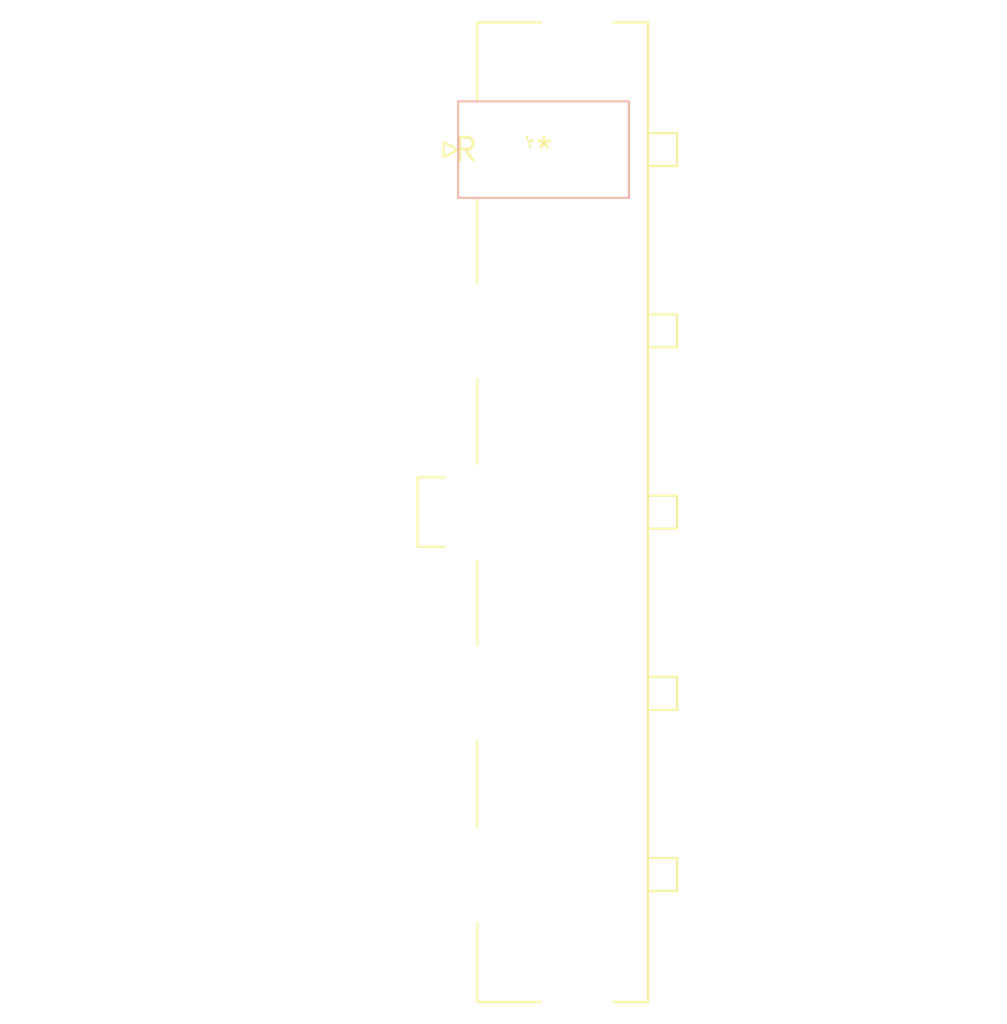
<source format=kicad_pcb>
(kicad_pcb (version 20240108) (generator pcbnew)
  (layers (0 "F.Cu" signal) (31 "B.Cu" signal) (34 "B.Paste" user) (35 "F.Paste" user) (36 "B.SilkS" user "B.Silkscreen") (37 "F.SilkS" user "F.Silkscreen") (38 "B.Mask" user) (39 "F.Mask" user) (44 "Edge.Cuts" user))
  (net 0 "")
  (footprint "Molex_Mini-Fit_Sr_42819-52XX_1x05_P10.00mm_Vertical" (layer "F.Cu") (at 0 0)
    (property "Reference" "REF**")
    (property "Value" "Molex_Mini-Fit_Sr_42819-52XX_1x05_P10.00mm_Vertical")
    (fp_line (start -2.51 -2.66) (end -2.51 2.66) (layer "B.SilkS") (stroke (width 0.12)))
    (fp_line (start -2.51 2.66) (end 6.91 2.66) (layer "B.SilkS") (stroke (width 0.12)))
    (fp_line (start 6.91 -2.66) (end -2.51 -2.66) (layer "B.SilkS") (stroke (width 0.12)))
    (fp_line (start 6.91 2.66) (end 6.91 -2.66) (layer "B.SilkS") (stroke (width 0.12)))
    (fp_line (start -4.75 18.09) (end -4.75 21.91) (layer "F.SilkS") (stroke (width 0.12)))
    (fp_line (start -4.75 21.91) (end -3.25 21.91) (layer "F.SilkS") (stroke (width 0.12)))
    (fp_line (start -3.31 -0.4) (end -3.31 0.4) (layer "F.SilkS") (stroke (width 0.12)))
    (fp_line (start -3.31 0.4) (end -2.51 0) (layer "F.SilkS") (stroke (width 0.12)))
    (fp_line (start -3.25 18.09) (end -4.75 18.09) (layer "F.SilkS") (stroke (width 0.12)))
    (fp_line (start -2.51 0) (end -3.31 -0.4) (layer "F.SilkS") (stroke (width 0.12)))
    (fp_line (start -1.45 -7.02) (end 2.05 -7.02) (layer "F.SilkS") (stroke (width 0.12)))
    (fp_line (start -1.45 -2.66) (end -1.45 -7.02) (layer "F.SilkS") (stroke (width 0.12)))
    (fp_line (start -1.45 2.66) (end -1.45 7.34) (layer "F.SilkS") (stroke (width 0.12)))
    (fp_line (start -1.45 12.66) (end -1.45 17.34) (layer "F.SilkS") (stroke (width 0.12)))
    (fp_line (start -1.45 22.66) (end -1.45 27.34) (layer "F.SilkS") (stroke (width 0.12)))
    (fp_line (start -1.45 32.66) (end -1.45 37.34) (layer "F.SilkS") (stroke (width 0.12)))
    (fp_line (start -1.45 42.66) (end -1.45 47.02) (layer "F.SilkS") (stroke (width 0.12)))
    (fp_line (start -1.45 47.02) (end 2.05 47.02) (layer "F.SilkS") (stroke (width 0.12)))
    (fp_line (start 6.05 -7.02) (end 7.97 -7.02) (layer "F.SilkS") (stroke (width 0.12)))
    (fp_line (start 6.05 47.02) (end 7.97 47.02) (layer "F.SilkS") (stroke (width 0.12)))
    (fp_line (start 7.97 -7.02) (end 7.97 20) (layer "F.SilkS") (stroke (width 0.12)))
    (fp_line (start 7.97 -0.91) (end 9.57 -0.91) (layer "F.SilkS") (stroke (width 0.12)))
    (fp_line (start 7.97 9.09) (end 9.57 9.09) (layer "F.SilkS") (stroke (width 0.12)))
    (fp_line (start 7.97 19.09) (end 9.57 19.09) (layer "F.SilkS") (stroke (width 0.12)))
    (fp_line (start 7.97 29.09) (end 9.57 29.09) (layer "F.SilkS") (stroke (width 0.12)))
    (fp_line (start 7.97 39.09) (end 9.57 39.09) (layer "F.SilkS") (stroke (width 0.12)))
    (fp_line (start 7.97 47.02) (end 7.97 20) (layer "F.SilkS") (stroke (width 0.12)))
    (fp_line (start 9.57 -0.91) (end 9.57 0.91) (layer "F.SilkS") (stroke (width 0.12)))
    (fp_line (start 9.57 0.91) (end 7.97 0.91) (layer "F.SilkS") (stroke (width 0.12)))
    (fp_line (start 9.57 9.09) (end 9.57 10.91) (layer "F.SilkS") (stroke (width 0.12)))
    (fp_line (start 9.57 10.91) (end 7.97 10.91) (layer "F.SilkS") (stroke (width 0.12)))
    (fp_line (start 9.57 19.09) (end 9.57 20.91) (layer "F.SilkS") (stroke (width 0.12)))
    (fp_line (start 9.57 20.91) (end 7.97 20.91) (layer "F.SilkS") (stroke (width 0.12)))
    (fp_line (start 9.57 29.09) (end 9.57 30.91) (layer "F.SilkS") (stroke (width 0.12)))
    (fp_line (start 9.57 30.91) (end 7.97 30.91) (layer "F.SilkS") (stroke (width 0.12)))
    (fp_line (start 9.57 39.09) (end 9.57 40.91) (layer "F.SilkS") (stroke (width 0.12)))
    (fp_line (start 9.57 40.91) (end 7.97 40.91) (layer "F.SilkS") (stroke (width 0.12)))
    (pad "" thru_hole circle (at 4.05 -5.73) (size 4 4) (drill 3) (layers *.Cu *.Mask) (remove_unused_layers))
    (pad "" thru_hole circle (at 4.05 45.73) (size 4 4) (drill 3) (layers *.Cu *.Mask) (remove_unused_layers))
    (pad "1" thru_hole rect (at 0 0) (size 4.5 4.8) (drill 2.8) (layers *.Cu *.Mask) (remove_unused_layers))
    (pad "1" thru_hole rect (at 4.4 0) (size 4.5 4.8) (drill 2.8) (layers *.Cu *.Mask) (remove_unused_layers))
    (pad "2" thru_hole rect (at 0 10) (size 4.5 4.8) (drill 2.8) (layers *.Cu *.Mask) (remove_unused_layers))
    (pad "2" thru_hole rect (at 4.4 10) (size 4.5 4.8) (drill 2.8) (layers *.Cu *.Mask) (remove_unused_layers))
    (pad "3" thru_hole rect (at 0 20) (size 4.5 4.8) (drill 2.8) (layers *.Cu *.Mask) (remove_unused_layers))
    (pad "3" thru_hole rect (at 4.4 20) (size 4.5 4.8) (drill 2.8) (layers *.Cu *.Mask) (remove_unused_layers))
    (pad "4" thru_hole rect (at 0 30) (size 4.5 4.8) (drill 2.8) (layers *.Cu *.Mask) (remove_unused_layers))
    (pad "4" thru_hole rect (at 4.4 30) (size 4.5 4.8) (drill 2.8) (layers *.Cu *.Mask) (remove_unused_layers))
    (pad "5" thru_hole rect (at 0 40) (size 4.5 4.8) (drill 2.8) (layers *.Cu *.Mask) (remove_unused_layers))
    (pad "5" thru_hole rect (at 4.4 40) (size 4.5 4.8) (drill 2.8) (layers *.Cu *.Mask) (remove_unused_layers))
  )
)
</source>
